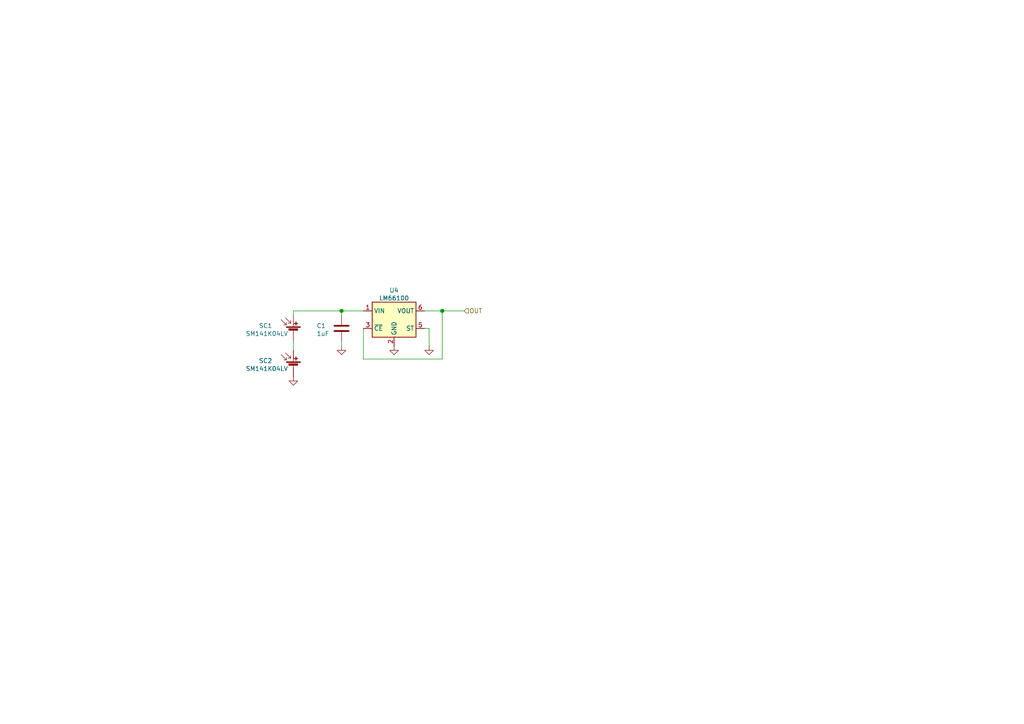
<source format=kicad_sch>
(kicad_sch (version 20210406) (generator eeschema)
  (paper "A4")
  (lib_symbols
    (symbol "Device:C" (pin_numbers hide) (pin_names (offset 0.254))
      (property "Reference" "C" (at 0.635 2.54 0))
      (property "Value" "C" (at 0.635 -2.54 0))
      (symbol "C_0_1"
        (polyline (pts (xy -2.032 -0.762) (xy 2.032 -0.762)) (stroke (width 0.508)))
        (polyline (pts (xy -2.032 0.762) (xy 2.032 0.762)) (stroke (width 0.508)))
      )
      (symbol "C_1_1"
        (pin passive line (at 0 3.81 270) (length 2.794) (name "~") (number "1"))
        (pin passive line (at 0 -3.81 90) (length 2.794) (name "~") (number "2"))
      )
    )
    (symbol "Device:Solar_Cell" (pin_numbers hide) (pin_names (offset 0) hide)
      (property "Reference" "SC" (at 2.54 2.54 0))
      (property "Value" "Solar_Cell" (at 2.54 0 0))
      (symbol "Solar_Cell_0_1"
        (rectangle (start -2.032 1.778) (end 2.032 1.524) (fill (type outline)))
        (rectangle (start -1.3208 1.1938) (end 1.27 0.6858) (fill (type outline)))
        (polyline (pts (xy -2.032 2.286) (xy -3.556 3.81)))
        (polyline (pts (xy -0.762 2.794) (xy -2.286 4.318)))
        (polyline (pts (xy 0 0.762) (xy 0 0)))
        (polyline (pts (xy 0 1.778) (xy 0 2.54)))
        (polyline (pts (xy 0.254 2.667) (xy 1.27 2.667)) (stroke (width 0.254)))
        (polyline (pts (xy 0.762 3.175) (xy 0.762 2.159)) (stroke (width 0.254)))
        (polyline (pts (xy -2.032 3.048) (xy -2.032 2.286) (xy -2.794 2.286)))
        (polyline (pts (xy -0.762 3.556) (xy -0.762 2.794) (xy -1.524 2.794)))
      )
      (symbol "Solar_Cell_1_1"
        (pin passive line (at 0 5.08 270) (length 2.54) (name "+") (number "1"))
        (pin passive line (at 0 -2.54 90) (length 2.54) (name "-") (number "2"))
      )
    )
    (symbol "TCY_power_management:LM66100"
      (property "Reference" "U" (at 0 6.35 0))
      (property "Value" "LM66100" (at 0 8.89 0))
      (symbol "LM66100_0_1"
        (rectangle (start -6.35 5.08) (end 6.35 -5.08) (stroke (width 0.254)) (fill (type background)))
      )
      (symbol "LM66100_1_1"
        (pin power_in line (at -8.89 2.54 0) (length 2.54) (name "VIN") (number "1"))
        (pin passive line (at 0 -7.62 90) (length 2.54) (name "GND") (number "2"))
        (pin input line (at -8.89 -2.54 0) (length 2.54) (name "~CE") (number "3"))
        (pin output line (at 8.89 -2.54 180) (length 2.54) (name "ST") (number "5"))
        (pin power_out line (at 8.89 2.54 180) (length 2.54) (name "VOUT") (number "6"))
      )
    )
    (symbol "power:GND" (power) (pin_names (offset 0))
      (property "Value" "GND" (at 0 -3.81 0))
      (symbol "GND_0_1"
        (polyline (pts (xy 0 0) (xy 0 -1.27) (xy 1.27 -1.27) (xy 0 -2.54) (xy -1.27 -1.27) (xy 0 -1.27)))
      )
      (symbol "GND_1_1"
        (pin power_in line (at 0 0 270) (length 0) hide (name "GND") (number "1"))
      )
    )
  )
  (junction (at 99.06 90.17) (diameter 1.016))
  (junction (at 128.27 90.17) (diameter 1.016))
  (wire (pts (xy 85.09 90.17) (xy 85.09 91.44)))
  (wire (pts (xy 85.09 90.17) (xy 99.06 90.17)))
  (wire (pts (xy 85.09 99.06) (xy 85.09 101.6)))
  (wire (pts (xy 99.06 90.17) (xy 99.06 91.44)))
  (wire (pts (xy 99.06 90.17) (xy 105.41 90.17)))
  (wire (pts (xy 99.06 99.06) (xy 99.06 100.33)))
  (wire (pts (xy 105.41 95.25) (xy 105.41 104.14)))
  (wire (pts (xy 105.41 104.14) (xy 128.27 104.14)))
  (wire (pts (xy 124.46 95.25) (xy 123.19 95.25)))
  (wire (pts (xy 124.46 100.33) (xy 124.46 95.25)))
  (wire (pts (xy 128.27 90.17) (xy 123.19 90.17)))
  (wire (pts (xy 128.27 90.17) (xy 134.62 90.17)))
  (wire (pts (xy 128.27 104.14) (xy 128.27 90.17)))
  (hierarchical_label "OUT" (shape input) (at 134.62 90.17 0))
  (symbol (lib_id "power:GND") (at 85.09 109.22 0)
    (property "Reference" "#PWR0137" (effects hide))
    (property "Value" "GND" (effects hide))
  )
  (symbol (lib_id "power:GND") (at 99.06 100.33 0)
    (property "Reference" "#PWR0140" (effects hide))
    (property "Value" "GND" (effects hide))
  )
  (symbol (lib_id "power:GND") (at 114.3 100.33 0)
    (property "Reference" "#PWR0139" (effects hide))
    (property "Value" "GND" (effects hide))
  )
  (symbol (lib_id "power:GND") (at 124.46 100.33 0)
    (property "Reference" "#PWR0138" (effects hide))
    (property "Value" "GND" (effects hide))
  )
  (symbol (lib_id "Device:C") (at 99.06 95.25 0)
    (property "Reference" "C1" (at 91.8211 94.4891 0) (effects (justify left)))
    (property "Value" "1uF" (at 91.8211 96.7878 0) (effects (justify left)))
    (property "Footprint" "Capacitor_SMD:C_0603_1608Metric" (effects hide))
  )
  (symbol (lib_id "Device:Solar_Cell") (at 85.09 96.52 0)
    (property "Reference" "SC1" (at 75.0571 94.4891 0) (effects (justify left)))
    (property "Value" "SM141K04LV" (at 71.2471 96.7878 0) (effects (justify left)))
    (property "Footprint" "TCY_solar:SM141K04LV" (effects hide))
  )
  (symbol (lib_id "Device:Solar_Cell") (at 85.09 106.68 0)
    (property "Reference" "SC2" (at 75.0571 104.6491 0) (effects (justify left)))
    (property "Value" "SM141K04LV" (at 71.2471 106.9478 0) (effects (justify left)))
    (property "Footprint" "TCY_solar:SM141K04LV" (effects hide))
  )
  (symbol (lib_id "TCY_power_management:LM66100") (at 114.3 92.71 0)
    (property "Reference" "U4" (at 114.3 84.1968 0))
    (property "Value" "LM66100" (at 114.3 86.4955 0))
    (property "Footprint" "Package_TO_SOT_SMD:SOT-363_SC-70-6" (effects hide))
    (property "Datasheet" "https://www.ti.com/lit/ds/symlink/lm66100.pdf?ts=1611216893994&ref_url=https%253A%252F%252Fwww.google.com%252F" (effects hide))
  )
)
</source>
